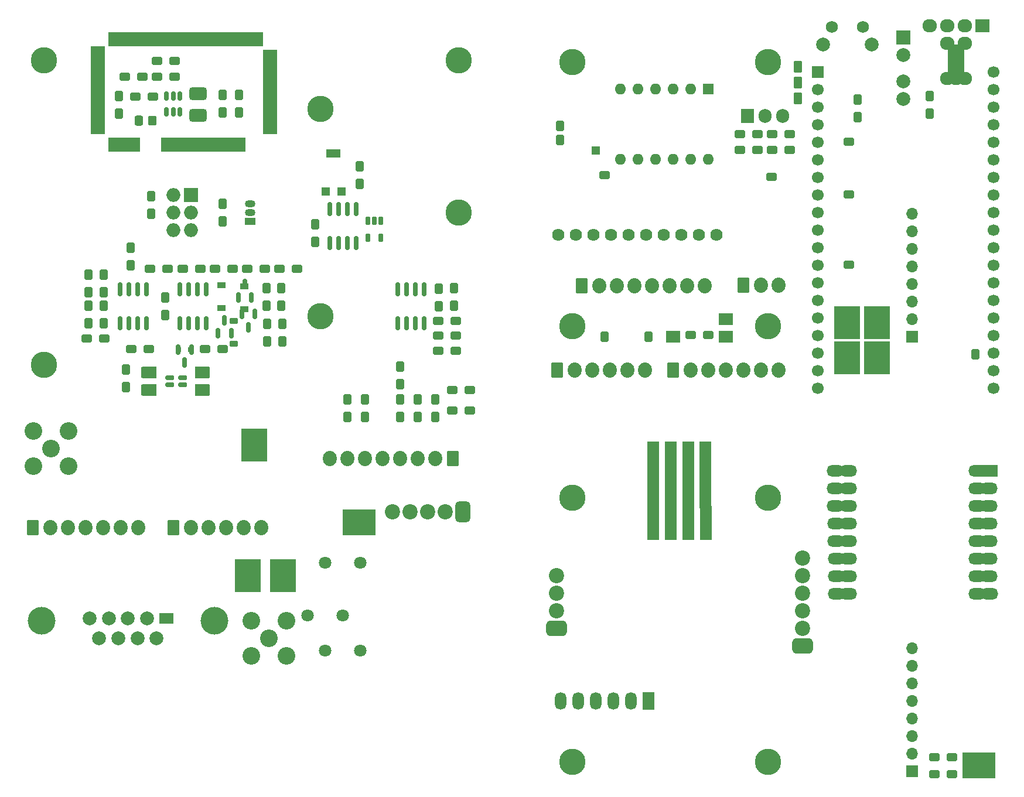
<source format=gbr>
%TF.GenerationSoftware,KiCad,Pcbnew,7.0.1*%
%TF.CreationDate,2023-03-16T09:25:58+01:00*%
%TF.ProjectId,Muons_SIPM_V2,4d756f6e-735f-4534-9950-4d5f56322e6b,rev?*%
%TF.SameCoordinates,PXc54b534PY8c10c98*%
%TF.FileFunction,Soldermask,Bot*%
%TF.FilePolarity,Negative*%
%FSLAX46Y46*%
G04 Gerber Fmt 4.6, Leading zero omitted, Abs format (unit mm)*
G04 Created by KiCad (PCBNEW 7.0.1) date 2023-03-16 09:25:58*
%MOMM*%
%LPD*%
G01*
G04 APERTURE LIST*
G04 Aperture macros list*
%AMRoundRect*
0 Rectangle with rounded corners*
0 $1 Rounding radius*
0 $2 $3 $4 $5 $6 $7 $8 $9 X,Y pos of 4 corners*
0 Add a 4 corners polygon primitive as box body*
4,1,4,$2,$3,$4,$5,$6,$7,$8,$9,$2,$3,0*
0 Add four circle primitives for the rounded corners*
1,1,$1+$1,$2,$3*
1,1,$1+$1,$4,$5*
1,1,$1+$1,$6,$7*
1,1,$1+$1,$8,$9*
0 Add four rect primitives between the rounded corners*
20,1,$1+$1,$2,$3,$4,$5,0*
20,1,$1+$1,$4,$5,$6,$7,0*
20,1,$1+$1,$6,$7,$8,$9,0*
20,1,$1+$1,$8,$9,$2,$3,0*%
%AMOutline5P*
0 Free polygon, 5 corners , with rotation*
0 The origin of the aperture is its center*
0 number of corners: always 5*
0 $1 to $10 corner X, Y*
0 $11 Rotation angle, in degrees counterclockwise*
0 create outline with 5 corners*
4,1,5,$1,$2,$3,$4,$5,$6,$7,$8,$9,$10,$1,$2,$11*%
%AMOutline6P*
0 Free polygon, 6 corners , with rotation*
0 The origin of the aperture is its center*
0 number of corners: always 6*
0 $1 to $12 corner X, Y*
0 $13 Rotation angle, in degrees counterclockwise*
0 create outline with 6 corners*
4,1,6,$1,$2,$3,$4,$5,$6,$7,$8,$9,$10,$11,$12,$1,$2,$13*%
%AMOutline7P*
0 Free polygon, 7 corners , with rotation*
0 The origin of the aperture is its center*
0 number of corners: always 7*
0 $1 to $14 corner X, Y*
0 $15 Rotation angle, in degrees counterclockwise*
0 create outline with 7 corners*
4,1,7,$1,$2,$3,$4,$5,$6,$7,$8,$9,$10,$11,$12,$13,$14,$1,$2,$15*%
%AMOutline8P*
0 Free polygon, 8 corners , with rotation*
0 The origin of the aperture is its center*
0 number of corners: always 8*
0 $1 to $16 corner X, Y*
0 $17 Rotation angle, in degrees counterclockwise*
0 create outline with 8 corners*
4,1,8,$1,$2,$3,$4,$5,$6,$7,$8,$9,$10,$11,$12,$13,$14,$15,$16,$1,$2,$17*%
G04 Aperture macros list end*
%ADD10C,0.762000*%
%ADD11C,2.600000*%
%ADD12C,3.800000*%
%ADD13R,2.000000X2.000000*%
%ADD14O,2.000000X2.000000*%
%ADD15RoundRect,0.255319X0.344681X0.627681X-0.344681X0.627681X-0.344681X-0.627681X0.344681X-0.627681X0*%
%ADD16C,4.000000*%
%ADD17R,2.000000X1.600000*%
%ADD18C,2.000000*%
%ADD19C,2.552700*%
%ADD20R,4.750000X3.700000*%
%ADD21R,3.700000X4.750000*%
%ADD22R,2.008000X12.700000*%
%ADD23R,4.572000X2.032000*%
%ADD24R,12.192000X2.032000*%
%ADD25R,22.352000X2.008000*%
%ADD26R,2.008000X12.192000*%
%ADD27R,2.000000X1.780000*%
%ADD28RoundRect,0.255319X0.494681X-0.344681X0.494681X0.344681X-0.494681X0.344681X-0.494681X-0.344681X0*%
%ADD29R,1.300000X1.300000*%
%ADD30R,1.500000X1.050000*%
%ADD31O,1.500000X1.050000*%
%ADD32RoundRect,0.255319X-0.344681X-0.494681X0.344681X-0.494681X0.344681X0.494681X-0.344681X0.494681X0*%
%ADD33RoundRect,0.250000X-0.620000X-0.845000X0.620000X-0.845000X0.620000X0.845000X-0.620000X0.845000X0*%
%ADD34O,2.000000X2.190000*%
%ADD35R,1.600000X1.600000*%
%ADD36O,1.600000X1.600000*%
%ADD37RoundRect,0.255319X-0.494681X0.344681X-0.494681X-0.344681X0.494681X-0.344681X0.494681X0.344681X0*%
%ADD38O,2.540000X1.665000*%
%ADD39R,2.540000X1.665000*%
%ADD40RoundRect,0.255319X0.344681X0.494681X-0.344681X0.494681X-0.344681X-0.494681X0.344681X-0.494681X0*%
%ADD41C,1.800000*%
%ADD42RoundRect,0.550000X-0.550000X0.950000X-0.550000X-0.950000X0.550000X-0.950000X0.550000X0.950000X0*%
%ADD43C,2.200000*%
%ADD44R,1.789800X9.686800*%
%ADD45R,1.700000X5.000000*%
%ADD46R,1.700000X9.712200*%
%ADD47R,1.662800X9.712200*%
%ADD48RoundRect,0.250000X0.620000X0.845000X-0.620000X0.845000X-0.620000X-0.845000X0.620000X-0.845000X0*%
%ADD49C,1.780000*%
%ADD50R,1.700000X1.700000*%
%ADD51C,1.700000*%
%ADD52RoundRect,0.550000X0.950000X0.550000X-0.950000X0.550000X-0.950000X-0.550000X0.950000X-0.550000X0*%
%ADD53O,1.700000X1.700000*%
%ADD54R,1.905000X2.000000*%
%ADD55O,1.905000X2.000000*%
%ADD56RoundRect,0.150000X0.150000X-0.587500X0.150000X0.587500X-0.150000X0.587500X-0.150000X-0.587500X0*%
%ADD57C,1.750000*%
%ADD58R,1.200000X0.900000*%
%ADD59RoundRect,0.250000X0.350000X0.450000X-0.350000X0.450000X-0.350000X-0.450000X0.350000X-0.450000X0*%
%ADD60RoundRect,0.250000X0.337500X0.475000X-0.337500X0.475000X-0.337500X-0.475000X0.337500X-0.475000X0*%
%ADD61RoundRect,0.150000X-0.150000X0.825000X-0.150000X-0.825000X0.150000X-0.825000X0.150000X0.825000X0*%
%ADD62R,2.000000X1.300000*%
%ADD63RoundRect,0.152400X-0.482600X-0.152400X0.482600X-0.152400X0.482600X0.152400X-0.482600X0.152400X0*%
%ADD64RoundRect,0.225000X0.375000X-0.225000X0.375000X0.225000X-0.375000X0.225000X-0.375000X-0.225000X0*%
%ADD65RoundRect,0.090000X-0.210000X0.520000X-0.210000X-0.520000X0.210000X-0.520000X0.210000X0.520000X0*%
%ADD66R,1.665000X2.540000*%
%ADD67O,1.665000X2.540000*%
%ADD68RoundRect,0.150000X0.150000X-0.825000X0.150000X0.825000X-0.150000X0.825000X-0.150000X-0.825000X0*%
%ADD69R,2.100000X1.900000*%
%ADD70O,2.100000X1.900000*%
%ADD71Outline8P,-2.821000X0.711000X-2.347000X1.185000X2.347000X1.185000X2.821000X0.711000X2.821000X-0.711000X2.347000X-1.185000X-2.347000X-1.185000X-2.821000X-0.711000X270.000000*%
%ADD72RoundRect,0.150000X-0.150000X0.587500X-0.150000X-0.587500X0.150000X-0.587500X0.150000X0.587500X0*%
%ADD73R,1.300000X1.500000*%
%ADD74RoundRect,0.346154X0.903846X-0.553846X0.903846X0.553846X-0.903846X0.553846X-0.903846X-0.553846X0*%
%ADD75RoundRect,0.150000X0.150000X-0.512500X0.150000X0.512500X-0.150000X0.512500X-0.150000X-0.512500X0*%
%ADD76R,0.450000X0.700000*%
G04 APERTURE END LIST*
D10*
X-124317204Y83803200D02*
G75*
G03*
X-124317204Y83803200I-381000J0D01*
G01*
X-121777204Y86343200D02*
G75*
G03*
X-121777204Y86343200I-381000J0D01*
G01*
X-121777204Y81263200D02*
G75*
G03*
X-121777204Y81263200I-381000J0D01*
G01*
X-124317204Y86343200D02*
G75*
G03*
X-124317204Y86343200I-381000J0D01*
G01*
X-124317204Y81263200D02*
G75*
G03*
X-124317204Y81263200I-381000J0D01*
G01*
X-121777204Y83803200D02*
G75*
G03*
X-121777204Y83803200I-381000J0D01*
G01*
D11*
%TO.C,H3*%
X-103429404Y68801200D03*
D12*
X-103429404Y68801200D03*
%TD*%
D13*
%TO.C,J1*%
X-122168204Y86333200D03*
D14*
X-124708204Y86333200D03*
X-122168204Y83793200D03*
X-124708204Y83793200D03*
X-122168204Y81253200D03*
X-124708204Y81253200D03*
%TD*%
D15*
%TO.C,R33*%
X-34417000Y100322275D03*
X-34417000Y102596275D03*
%TD*%
D16*
%TO.C,J3*%
X-118765204Y24817000D03*
D17*
X-125725204Y25117000D03*
D18*
X-128495204Y25117000D03*
X-131265204Y25117000D03*
X-134035204Y25117000D03*
X-136805204Y25117000D03*
X-127110204Y22277000D03*
X-129880204Y22277000D03*
X-132650204Y22277000D03*
X-135420204Y22277000D03*
D16*
X-143765204Y24817000D03*
%TD*%
D11*
%TO.C,H8*%
X-67000000Y67405275D03*
D12*
X-67000000Y67405275D03*
%TD*%
D19*
%TO.C,J2*%
X-142405404Y49638200D03*
X-144945404Y52178200D03*
X-139865404Y52178200D03*
X-144945404Y47098200D03*
X-139865404Y47098200D03*
%TD*%
D20*
%TO.C,TP8*%
X-8237000Y3914475D03*
%TD*%
D11*
%TO.C,H12*%
X-67000000Y4405275D03*
D12*
X-67000000Y4405275D03*
%TD*%
D21*
%TO.C,Cn1*%
X-112990004Y50146200D03*
%TD*%
D11*
%TO.C,H7*%
X-67000000Y105538275D03*
D12*
X-67000000Y105538275D03*
%TD*%
D22*
%TO.C,B1*%
X-135608004Y101454200D03*
D23*
X-131786004Y93580200D03*
D24*
X-120356004Y93580200D03*
D25*
X-122896004Y108832200D03*
D26*
X-110692004Y101200200D03*
%TD*%
D11*
%TO.C,H4*%
X-103429404Y98801200D03*
D12*
X-103429404Y98801200D03*
%TD*%
D27*
%TO.C,U11*%
X-52451000Y65881275D03*
X-44831000Y65881275D03*
X-44831000Y68421275D03*
%TD*%
D28*
%TO.C,C26*%
X-38227001Y88995275D03*
%TD*%
D29*
%TO.C,RV4*%
X-63620000Y92805275D03*
%TD*%
D30*
%TO.C,U5*%
X-113572004Y82502200D03*
D31*
X-113572004Y83772200D03*
X-113572004Y85042200D03*
%TD*%
D28*
%TO.C,R36*%
X-27051000Y86455275D03*
%TD*%
%TO.C,C21*%
X-40294000Y92852275D03*
X-42834000Y92852275D03*
%TD*%
D20*
%TO.C,TP3*%
X-97839804Y39032800D03*
%TD*%
D32*
%TO.C,R32*%
X-56007000Y65881275D03*
%TD*%
D33*
%TO.C,J6*%
X-124715204Y38279000D03*
D34*
X-122175204Y38279000D03*
X-119635204Y38279000D03*
X-117095204Y38279000D03*
X-114555204Y38279000D03*
X-112015204Y38279000D03*
%TD*%
D11*
%TO.C,H6*%
X-83429404Y105801200D03*
D12*
X-83429404Y105801200D03*
%TD*%
D35*
%TO.C,U9*%
X-47371000Y101695275D03*
D36*
X-49911000Y101695275D03*
X-52451000Y101695275D03*
X-54991000Y101695275D03*
X-57531000Y101695275D03*
X-60071000Y101695275D03*
X-60071000Y91535275D03*
X-57531000Y91535275D03*
X-54991000Y91535275D03*
X-52451000Y91535275D03*
X-49911000Y91535275D03*
X-47371000Y91535275D03*
%TD*%
D11*
%TO.C,H2*%
X-83429404Y83801200D03*
D12*
X-83429404Y83801200D03*
%TD*%
D11*
%TO.C,H10*%
X-38735000Y4405275D03*
D12*
X-38735000Y4405275D03*
%TD*%
D37*
%TO.C,C23*%
X-42834000Y95138275D03*
X-40294000Y95138275D03*
%TD*%
D38*
%TO.C,J15*%
X-6763300Y28662275D03*
X-6800800Y31202275D03*
X-6800800Y33742275D03*
X-8540800Y28662275D03*
X-8540800Y31202275D03*
X-8540800Y33742275D03*
X-27120800Y28662275D03*
X-27120800Y31202275D03*
X-27120800Y33742275D03*
X-27120800Y36282275D03*
X-27120800Y38822275D03*
X-27120800Y41362275D03*
X-27120800Y46442275D03*
X-28860800Y28662275D03*
X-28860800Y31202275D03*
X-28860800Y33742275D03*
X-28898300Y36282275D03*
X-28935800Y38822275D03*
X-28973300Y41362275D03*
X-29048300Y46442275D03*
X-27120800Y43902275D03*
X-29010800Y43902275D03*
D39*
X-6800800Y46442275D03*
D38*
X-8540800Y46442275D03*
X-6800800Y36282275D03*
X-8540800Y36282275D03*
X-6800800Y38822275D03*
X-8540800Y38822275D03*
X-6800800Y41362275D03*
X-8540800Y41362275D03*
X-6800800Y43902275D03*
X-8540800Y43902275D03*
%TD*%
D40*
%TO.C,R31*%
X-68834000Y94329274D03*
%TD*%
D15*
%TO.C,R34*%
X-34417000Y104882274D03*
%TD*%
D40*
%TO.C,C20*%
X-68834000Y96361276D03*
%TD*%
D41*
%TO.C,RV2*%
X-102744204Y33199000D03*
X-105284204Y25579000D03*
X-102744204Y20499000D03*
%TD*%
D42*
%TO.C,U6*%
X-82853804Y40556800D03*
D43*
X-85393804Y40556800D03*
X-87933804Y40556800D03*
X-90473804Y40556800D03*
X-93013804Y40556800D03*
%TD*%
D33*
%TO.C,J5*%
X-145035204Y38279000D03*
D34*
X-142495204Y38279000D03*
X-139955204Y38279000D03*
X-137415204Y38279000D03*
X-134875204Y38279000D03*
X-132335204Y38279000D03*
X-129795204Y38279000D03*
%TD*%
D41*
%TO.C,RV1*%
X-97664204Y33199000D03*
X-100204204Y25579000D03*
X-97664204Y20499000D03*
%TD*%
D44*
%TO.C,J14*%
X-47778900Y45857875D03*
D45*
X-47734000Y38942475D03*
D46*
X-50274000Y45870575D03*
D45*
X-50274000Y38942475D03*
D47*
X-52795400Y45870575D03*
D45*
X-52814000Y38942475D03*
D47*
X-55335400Y45870575D03*
D45*
X-55354000Y38942475D03*
%TD*%
D11*
%TO.C,H14*%
X-38735000Y105538275D03*
D12*
X-38735000Y105538275D03*
%TD*%
D37*
%TO.C,C24*%
X-38135000Y92852275D03*
X-35595000Y92852275D03*
%TD*%
D19*
%TO.C,J4*%
X-110872204Y22206400D03*
X-108332204Y24746400D03*
X-108332204Y19666400D03*
X-113412204Y24746400D03*
X-113412204Y19666400D03*
%TD*%
D21*
%TO.C,TP7*%
X-27305000Y62833275D03*
%TD*%
%TO.C,TP4*%
X-22987000Y67913275D03*
%TD*%
D11*
%TO.C,H5*%
X-143429404Y105801200D03*
D12*
X-143429404Y105801200D03*
%TD*%
D48*
%TO.C,J7*%
X-84290204Y48263000D03*
D34*
X-86830204Y48263000D03*
X-89370204Y48263000D03*
X-91910204Y48263000D03*
X-94450204Y48263000D03*
X-96990204Y48263000D03*
X-99530204Y48263000D03*
X-102070204Y48263000D03*
%TD*%
D21*
%TO.C,TP2*%
X-113920204Y31294000D03*
%TD*%
D49*
%TO.C,U10*%
X-69088000Y80613275D03*
X-66548000Y80613275D03*
X-64008000Y80613275D03*
X-61468000Y80613275D03*
X-58928000Y80613275D03*
X-56388000Y80613275D03*
X-53848000Y80613275D03*
X-51308000Y80613275D03*
X-48768000Y80613275D03*
X-46228000Y80613275D03*
%TD*%
D28*
%TO.C,R35*%
X-27051000Y94075275D03*
%TD*%
%TO.C,C25*%
X-35595000Y95138275D03*
X-38135000Y95138275D03*
%TD*%
D21*
%TO.C,TP5*%
X-27305000Y67913275D03*
%TD*%
D50*
%TO.C,M2*%
X-31531000Y104132275D03*
D51*
X-31531000Y101592275D03*
X-31531000Y99052275D03*
X-31531000Y96512275D03*
X-31531000Y93972275D03*
X-31531000Y91432275D03*
X-31531000Y88892275D03*
X-31531000Y86352275D03*
X-31531000Y83812275D03*
X-31531000Y81272275D03*
X-31531000Y78732275D03*
X-31531000Y76192275D03*
X-31531000Y73652275D03*
X-31531000Y71112275D03*
X-31531000Y68572275D03*
X-31531000Y66032275D03*
X-31531000Y63492275D03*
X-31531000Y60952275D03*
X-31531000Y58412275D03*
X-6131000Y58412275D03*
X-6131000Y60952275D03*
X-6131000Y63492275D03*
X-6131000Y66032275D03*
X-6131000Y68572275D03*
X-6131000Y71112275D03*
X-6131000Y73652275D03*
X-6131000Y76192275D03*
X-6131000Y78732275D03*
X-6131000Y81272275D03*
X-6131000Y83812275D03*
X-6131000Y86352275D03*
X-6131000Y88892275D03*
X-6131000Y91432275D03*
X-6131000Y93972275D03*
X-6131000Y96512275D03*
X-6131000Y99052275D03*
X-6131000Y101592275D03*
X-6131000Y104132275D03*
%TD*%
D11*
%TO.C,H9*%
X-38735000Y67405275D03*
D12*
X-38735000Y67405275D03*
%TD*%
D28*
%TO.C,C19*%
X-62357000Y89249275D03*
%TD*%
D21*
%TO.C,TP1*%
X-108840204Y31294000D03*
%TD*%
D28*
%TO.C,R38*%
X-27051000Y76295275D03*
%TD*%
D32*
%TO.C,R37*%
X-8763000Y63341276D03*
%TD*%
D11*
%TO.C,H11*%
X-67000000Y42538275D03*
D12*
X-67000000Y42538275D03*
%TD*%
D11*
%TO.C,H13*%
X-38735000Y42538275D03*
D12*
X-38735000Y42538275D03*
%TD*%
D21*
%TO.C,TP6*%
X-22987000Y62833275D03*
%TD*%
D40*
%TO.C,R28*%
X-62357000Y65881275D03*
%TD*%
D11*
%TO.C,H1*%
X-143429404Y61801200D03*
D12*
X-143429404Y61801200D03*
%TD*%
D52*
%TO.C,M1*%
X-33764000Y21186475D03*
D43*
X-33764000Y23726475D03*
X-33764000Y26266475D03*
X-33764000Y28806475D03*
X-33764000Y31346475D03*
X-33764000Y33886475D03*
X-69324000Y31346475D03*
X-69324000Y28806475D03*
X-69324000Y26266475D03*
D52*
X-69324000Y23726475D03*
%TD*%
D50*
%TO.C,J12*%
X-17889000Y3025475D03*
D53*
X-17889000Y5565475D03*
X-17889000Y8105475D03*
X-17889000Y10645475D03*
X-17889000Y13185475D03*
X-17889000Y15725475D03*
X-17889000Y18265475D03*
X-17889000Y20805475D03*
%TD*%
D37*
%TO.C,R22*%
X-86435569Y65992200D03*
X-83895569Y65992200D03*
%TD*%
D32*
%TO.C,R25*%
X-97752204Y87903901D03*
X-97752204Y90443901D03*
%TD*%
D54*
%TO.C,U12*%
X-41732200Y97805275D03*
D55*
X-36652200Y97805275D03*
X-39192200Y97805275D03*
%TD*%
D56*
%TO.C,D6*%
X-116332004Y66351400D03*
X-118232004Y66351400D03*
X-117282004Y68226400D03*
%TD*%
D28*
%TO.C,R8*%
X-125565204Y75644200D03*
X-128105204Y75644200D03*
%TD*%
%TO.C,R13*%
X-106820004Y75644200D03*
X-109360004Y75644200D03*
%TD*%
D18*
%TO.C,SW1*%
X-30758004Y108122400D03*
X-23748004Y108122400D03*
D57*
X-29498004Y110612400D03*
X-24998004Y110612400D03*
%TD*%
D32*
%TO.C,R21*%
X-96990204Y54257400D03*
X-96990204Y56797400D03*
%TD*%
D40*
%TO.C,R10*%
X-91910204Y56797400D03*
X-91910204Y54257400D03*
%TD*%
D28*
%TO.C,C9*%
X-129195204Y103474400D03*
X-131735204Y103474400D03*
%TD*%
%TO.C,R17*%
X-128232204Y64061800D03*
X-130772204Y64061800D03*
%TD*%
D32*
%TO.C,R39*%
X-15367000Y98139275D03*
X-15367000Y100679275D03*
%TD*%
D40*
%TO.C,R27*%
X-86830204Y56797400D03*
X-86830204Y54257400D03*
%TD*%
D58*
%TO.C,D1*%
X-117724004Y70034400D03*
X-117724004Y73334400D03*
%TD*%
D40*
%TO.C,C2*%
X-127902004Y86130500D03*
X-127902004Y83590500D03*
%TD*%
D58*
%TO.C,D2*%
X-114422004Y73121000D03*
X-114422004Y69821000D03*
%TD*%
D33*
%TO.C,J10*%
X-69215000Y61055275D03*
D34*
X-66675000Y61055275D03*
X-64135000Y61055275D03*
X-61595000Y61055275D03*
X-59055000Y61055275D03*
X-56515000Y61055275D03*
%TD*%
D40*
%TO.C,R24*%
X-89370204Y56797400D03*
X-89370204Y54257400D03*
%TD*%
D28*
%TO.C,R18*%
X-83895569Y63833200D03*
X-86435569Y63833200D03*
%TD*%
D59*
%TO.C,L1*%
X-127703204Y97073600D03*
D60*
X-129703204Y97073600D03*
%TD*%
D40*
%TO.C,R16*%
X-108961004Y67672200D03*
X-108961004Y65132200D03*
%TD*%
%TO.C,R4*%
X-136995204Y74831400D03*
X-136995204Y72291400D03*
%TD*%
D61*
%TO.C,U4*%
X-123736404Y72739000D03*
X-122466404Y72739000D03*
X-121196404Y72739000D03*
X-119926404Y72739000D03*
X-119926404Y67789000D03*
X-121196404Y67789000D03*
X-122466404Y67789000D03*
X-123736404Y67789000D03*
%TD*%
D32*
%TO.C,C5*%
X-125870004Y68989400D03*
X-125870004Y71529400D03*
%TD*%
D33*
%TO.C,J8*%
X-65659001Y73247275D03*
D34*
X-63119001Y73247275D03*
X-60579001Y73247275D03*
X-58039001Y73247275D03*
X-55499001Y73247275D03*
X-52959001Y73247275D03*
X-50419001Y73247275D03*
X-47879001Y73247275D03*
%TD*%
D29*
%TO.C,RV3*%
X-100393404Y86825401D03*
D62*
X-101543404Y92325401D03*
D29*
X-102693404Y86825401D03*
%TD*%
D63*
%TO.C,K3*%
X-125171200Y58902600D03*
X-125171200Y59893200D03*
X-123367800Y59893200D03*
X-123367800Y58902600D03*
%TD*%
D37*
%TO.C,R6*%
X-137249204Y65611200D03*
X-134709204Y65611200D03*
%TD*%
D32*
%TO.C,R26*%
X-84112404Y70310200D03*
X-84112404Y72850200D03*
%TD*%
D13*
%TO.C,Led1*%
X-19207000Y109075275D03*
D18*
X-19207000Y106535275D03*
X-19207000Y100185275D03*
X-19207000Y102725275D03*
%TD*%
D32*
%TO.C,R7*%
X-111247004Y70361000D03*
X-111247004Y72901000D03*
%TD*%
%TO.C,C6*%
X-132598804Y98140400D03*
X-132598804Y100680400D03*
%TD*%
D37*
%TO.C,R9*%
X-123371404Y75663000D03*
X-120831404Y75663000D03*
%TD*%
%TO.C,R1*%
X-130211204Y100578800D03*
X-127671204Y100578800D03*
%TD*%
D40*
%TO.C,R3*%
X-130899204Y78743000D03*
X-130899204Y76203000D03*
%TD*%
%TO.C,C11*%
X-115174404Y100811300D03*
X-115174404Y98271300D03*
%TD*%
%TO.C,R23*%
X-91910204Y61521801D03*
X-91910204Y58981801D03*
%TD*%
D32*
%TO.C,R20*%
X-131521200Y58559400D03*
X-131521200Y61099400D03*
%TD*%
D37*
%TO.C,C22*%
X-49911000Y66135275D03*
X-47371000Y66135275D03*
%TD*%
%TO.C,C16*%
X-86449203Y68151200D03*
X-83909203Y68151200D03*
%TD*%
D28*
%TO.C,C15*%
X-81877204Y55197200D03*
X-84417204Y55197200D03*
%TD*%
D64*
%TO.C,D3*%
X-115946004Y64829400D03*
X-115946004Y68129400D03*
%TD*%
D37*
%TO.C,R15*%
X-120078804Y64061800D03*
X-117538804Y64061800D03*
%TD*%
D33*
%TO.C,J9*%
X-42291000Y73267275D03*
D34*
X-39751000Y73267275D03*
X-37211000Y73267275D03*
%TD*%
D28*
%TO.C,C17*%
X-12174000Y5057475D03*
X-14714000Y5057475D03*
%TD*%
D61*
%TO.C,U3*%
X-132372404Y72739000D03*
X-131102404Y72739000D03*
X-129832404Y72739000D03*
X-128562404Y72739000D03*
X-128562404Y67789000D03*
X-129832404Y67789000D03*
X-131102404Y67789000D03*
X-132372404Y67789000D03*
%TD*%
D65*
%TO.C,U8*%
X-96604205Y82629200D03*
X-95654205Y82629200D03*
X-94704205Y82629200D03*
X-94704205Y80139200D03*
X-96604205Y80139200D03*
%TD*%
D50*
%TO.C,J13*%
X-17907000Y65881275D03*
D53*
X-17907000Y68421275D03*
X-17907000Y70961275D03*
X-17907000Y73501275D03*
X-17907000Y76041275D03*
X-17907000Y78581275D03*
X-17907000Y81121275D03*
X-17907000Y83661275D03*
%TD*%
D32*
%TO.C,C13*%
X-111120004Y65128600D03*
X-111120004Y67668600D03*
%TD*%
D37*
%TO.C,R2*%
X-127026804Y105760400D03*
X-124486804Y105760400D03*
%TD*%
D66*
%TO.C,IC1*%
X-55989000Y13204475D03*
D67*
X-58529000Y13204475D03*
X-61069000Y13204475D03*
X-63609000Y13204475D03*
X-66149000Y13204475D03*
X-68689000Y13204475D03*
%TD*%
D33*
%TO.C,J11*%
X-52451000Y61055275D03*
D34*
X-49911000Y61055275D03*
X-47371000Y61055275D03*
X-44831000Y61055275D03*
X-42291000Y61055275D03*
X-39751000Y61055275D03*
X-37211000Y61055275D03*
%TD*%
D32*
%TO.C,C7*%
X-134760004Y72291400D03*
X-134760004Y74831400D03*
%TD*%
D40*
%TO.C,C10*%
X-117612804Y100782000D03*
X-117612804Y98242000D03*
%TD*%
D37*
%TO.C,C4*%
X-127040104Y103474400D03*
X-124500104Y103474400D03*
%TD*%
D40*
%TO.C,R12*%
X-109088004Y72904600D03*
X-109088004Y70364600D03*
%TD*%
D68*
%TO.C,U7*%
X-98241404Y79371401D03*
X-99511404Y79371401D03*
X-100781404Y79371401D03*
X-102051404Y79371401D03*
X-102051404Y84321401D03*
X-100781404Y84321401D03*
X-99511404Y84321401D03*
X-98241404Y84321401D03*
%TD*%
D40*
%TO.C,R40*%
X-25781000Y100171275D03*
X-25781000Y97631275D03*
%TD*%
D69*
%TO.C,SW2*%
X-7782000Y110839275D03*
D70*
X-10322000Y110839275D03*
X-12862000Y110839275D03*
X-15402000Y110839275D03*
X-12862000Y108299275D03*
X-12862000Y103219275D03*
D71*
X-11607000Y105278275D03*
D70*
X-11592000Y103219275D03*
X-10322000Y108299275D03*
X-10322000Y103219275D03*
%TD*%
D28*
%TO.C,C14*%
X-81877204Y58118200D03*
X-84417204Y58118200D03*
%TD*%
D37*
%TO.C,R11*%
X-118707204Y75644200D03*
X-116167204Y75644200D03*
%TD*%
D72*
%TO.C,D5*%
X-114798004Y69115400D03*
X-112898004Y69115400D03*
X-113848004Y67240400D03*
%TD*%
D73*
%TO.C,K2*%
X-128789600Y58140600D03*
X-128789600Y60680600D03*
X-119989600Y60680600D03*
X-119989600Y58140600D03*
%TD*%
D74*
%TO.C,L2*%
X-121110203Y97868600D03*
X-121110203Y100968600D03*
%TD*%
D61*
%TO.C,U2*%
X-92291204Y72720200D03*
X-91021204Y72720200D03*
X-89751204Y72720200D03*
X-88481204Y72720200D03*
X-88481204Y67770200D03*
X-89751204Y67770200D03*
X-91021204Y67770200D03*
X-92291204Y67770200D03*
%TD*%
D32*
%TO.C,C3*%
X-86322204Y70288700D03*
X-86322204Y72828700D03*
%TD*%
D27*
%TO.C,K1*%
X-128193800Y58115200D03*
X-128193800Y60655200D03*
X-120573800Y60655200D03*
X-120573800Y58115200D03*
%TD*%
D32*
%TO.C,R19*%
X-99530204Y54257400D03*
X-99530204Y56797400D03*
%TD*%
D37*
%TO.C,C18*%
X-14714001Y2644475D03*
X-12174001Y2644475D03*
%TD*%
D28*
%TO.C,R14*%
X-111493604Y75644200D03*
X-114033604Y75644200D03*
%TD*%
D56*
%TO.C,D4*%
X-113411004Y71558400D03*
X-115311004Y71558400D03*
X-114361004Y73433400D03*
%TD*%
D72*
%TO.C,Q2*%
X-123992003Y64004400D03*
X-122092003Y64004400D03*
X-123042003Y62129400D03*
%TD*%
D40*
%TO.C,C1*%
X-117589604Y85071500D03*
X-117589604Y82531500D03*
%TD*%
%TO.C,R5*%
X-134760004Y70313000D03*
X-134760004Y67773000D03*
%TD*%
D75*
%TO.C,U1*%
X-123770203Y98351100D03*
X-124720203Y98351100D03*
X-125670203Y98351100D03*
X-125670203Y100626100D03*
X-124720203Y100626100D03*
X-123770203Y100626100D03*
%TD*%
D40*
%TO.C,C12*%
X-136995204Y70310200D03*
X-136995204Y67770200D03*
%TD*%
D76*
%TO.C,Q1*%
X-123738005Y64004399D03*
X-122438005Y64004399D03*
X-123088005Y62004399D03*
%TD*%
D40*
%TO.C,C8*%
X-104229204Y82121200D03*
X-104229204Y79581200D03*
%TD*%
M02*

</source>
